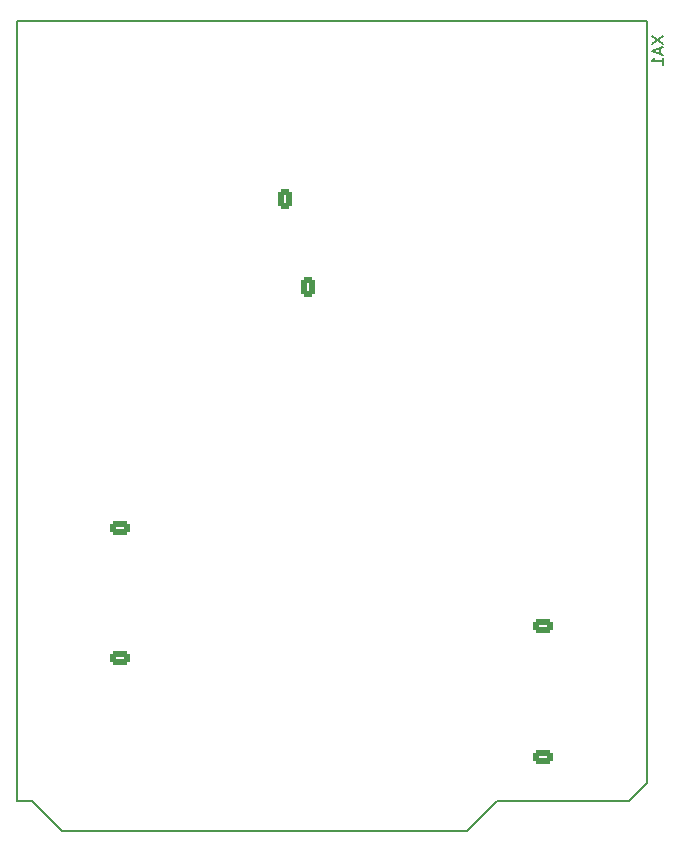
<source format=gbo>
G04 #@! TF.GenerationSoftware,KiCad,Pcbnew,7.0.0*
G04 #@! TF.CreationDate,2023-02-28T23:45:34-08:00*
G04 #@! TF.ProjectId,KYBERNETES-CHASSIS-SHIELD,4b594245-524e-4455-9445-532d43484153,rev?*
G04 #@! TF.SameCoordinates,Original*
G04 #@! TF.FileFunction,Legend,Bot*
G04 #@! TF.FilePolarity,Positive*
%FSLAX46Y46*%
G04 Gerber Fmt 4.6, Leading zero omitted, Abs format (unit mm)*
G04 Created by KiCad (PCBNEW 7.0.0) date 2023-02-28 23:45:34*
%MOMM*%
%LPD*%
G01*
G04 APERTURE LIST*
G04 Aperture macros list*
%AMRoundRect*
0 Rectangle with rounded corners*
0 $1 Rounding radius*
0 $2 $3 $4 $5 $6 $7 $8 $9 X,Y pos of 4 corners*
0 Add a 4 corners polygon primitive as box body*
4,1,4,$2,$3,$4,$5,$6,$7,$8,$9,$2,$3,0*
0 Add four circle primitives for the rounded corners*
1,1,$1+$1,$2,$3*
1,1,$1+$1,$4,$5*
1,1,$1+$1,$6,$7*
1,1,$1+$1,$8,$9*
0 Add four rect primitives between the rounded corners*
20,1,$1+$1,$2,$3,$4,$5,0*
20,1,$1+$1,$4,$5,$6,$7,0*
20,1,$1+$1,$6,$7,$8,$9,0*
20,1,$1+$1,$8,$9,$2,$3,0*%
G04 Aperture macros list end*
%ADD10C,0.150000*%
%ADD11R,1.600000X1.600000*%
%ADD12O,1.600000X1.600000*%
%ADD13R,1.700000X1.700000*%
%ADD14O,1.700000X1.700000*%
%ADD15RoundRect,0.250000X0.625000X-0.350000X0.625000X0.350000X-0.625000X0.350000X-0.625000X-0.350000X0*%
%ADD16O,1.750000X1.200000*%
%ADD17RoundRect,0.250000X-0.625000X0.350000X-0.625000X-0.350000X0.625000X-0.350000X0.625000X0.350000X0*%
%ADD18C,3.200000*%
%ADD19O,1.727200X1.727200*%
%ADD20R,1.727200X1.727200*%
%ADD21RoundRect,0.250000X-0.350000X-0.625000X0.350000X-0.625000X0.350000X0.625000X-0.350000X0.625000X0*%
%ADD22O,1.200000X1.750000*%
G04 APERTURE END LIST*
D10*
X178853380Y-64181786D02*
X179853380Y-64848452D01*
X178853380Y-64848452D02*
X179853380Y-64181786D01*
X179567666Y-65181786D02*
X179567666Y-65657976D01*
X179853380Y-65086548D02*
X178853380Y-65419881D01*
X178853380Y-65419881D02*
X179853380Y-65753214D01*
X179853380Y-66610357D02*
X179853380Y-66038929D01*
X179853380Y-66324643D02*
X178853380Y-66324643D01*
X178853380Y-66324643D02*
X178996238Y-66229405D01*
X178996238Y-66229405D02*
X179091476Y-66134167D01*
X179091476Y-66134167D02*
X179139095Y-66038929D01*
X178470000Y-62879881D02*
X125130000Y-62879881D01*
X178470000Y-62879881D02*
X178470000Y-127395881D01*
X125130000Y-62879881D02*
X125130000Y-128919881D01*
X178470000Y-127395881D02*
X176946000Y-128919881D01*
X165770000Y-128919881D02*
X176946000Y-128919881D01*
X126400000Y-128919881D02*
X128940000Y-131459881D01*
X125130000Y-128919881D02*
X126400000Y-128919881D01*
X163230000Y-131459881D02*
X165770000Y-128919881D01*
X128940000Y-131459881D02*
X163230000Y-131459881D01*
%LPC*%
D11*
X139129999Y-105054999D03*
D12*
X139129999Y-107594999D03*
X139129999Y-110134999D03*
X139129999Y-112674999D03*
X146749999Y-112674999D03*
X146749999Y-110134999D03*
X146749999Y-107594999D03*
X146749999Y-105054999D03*
D13*
X143249999Y-77575118D03*
D14*
X140709999Y-77575118D03*
X138169999Y-77575118D03*
D15*
X169650000Y-114100000D03*
D16*
X169649999Y-112099999D03*
X169649999Y-110099999D03*
X169649999Y-108099999D03*
D15*
X169650000Y-125175000D03*
D16*
X169649999Y-123174999D03*
X169649999Y-121174999D03*
X169649999Y-119174999D03*
D17*
X133875000Y-116825000D03*
D16*
X133874999Y-118824999D03*
X133874999Y-120824999D03*
X133874999Y-122824999D03*
D18*
X127670000Y-76849881D03*
X175930000Y-78119881D03*
D19*
X127669999Y-90819880D03*
D18*
X160690000Y-128919881D03*
X132750000Y-128919881D03*
D19*
X127669999Y-98439880D03*
X127669999Y-100979880D03*
X155609999Y-129046880D03*
X127669999Y-113679880D03*
X127669999Y-116219880D03*
X127669999Y-118759880D03*
X127669999Y-121299880D03*
X127669999Y-123839880D03*
X127669999Y-126379880D03*
X175929999Y-86755880D03*
X175929999Y-126379880D03*
X175929999Y-123839880D03*
X175929999Y-121299880D03*
X175929999Y-118759880D03*
X175929999Y-116219880D03*
X175929999Y-113679880D03*
X175929999Y-111139880D03*
X175929999Y-108599880D03*
X175929999Y-104535880D03*
X175929999Y-101995880D03*
X175929999Y-99455880D03*
X175929999Y-96915880D03*
X175929999Y-94375880D03*
X175929999Y-91835880D03*
D20*
X175929999Y-89295880D03*
X127669999Y-103519880D03*
X127669999Y-106059880D03*
X150529999Y-129046880D03*
D19*
X127669999Y-93359880D03*
X155609999Y-126506880D03*
X153069999Y-129046880D03*
X127669999Y-95899880D03*
X150529999Y-126506880D03*
X153069999Y-126506880D03*
X175929999Y-81675880D03*
X175929999Y-84215880D03*
X127669999Y-108599880D03*
D21*
X147775000Y-77950000D03*
D22*
X149774999Y-77949999D03*
X151774999Y-77949999D03*
X153774999Y-77949999D03*
X155774999Y-77949999D03*
D21*
X149775000Y-85450000D03*
D22*
X151774999Y-85449999D03*
D13*
X133089999Y-81275118D03*
D14*
X135629999Y-81275118D03*
X138169999Y-81275118D03*
X140709999Y-81275118D03*
X143249999Y-81275118D03*
D13*
X160309999Y-81250118D03*
D14*
X162849999Y-81250118D03*
X165389999Y-81250118D03*
X167929999Y-81250118D03*
X170469999Y-81250118D03*
D17*
X133875000Y-105860000D03*
D16*
X133874999Y-107859999D03*
X133874999Y-109859999D03*
X133874999Y-111859999D03*
D13*
X170464999Y-77550118D03*
D14*
X167924999Y-77550118D03*
X165384999Y-77550118D03*
M02*

</source>
